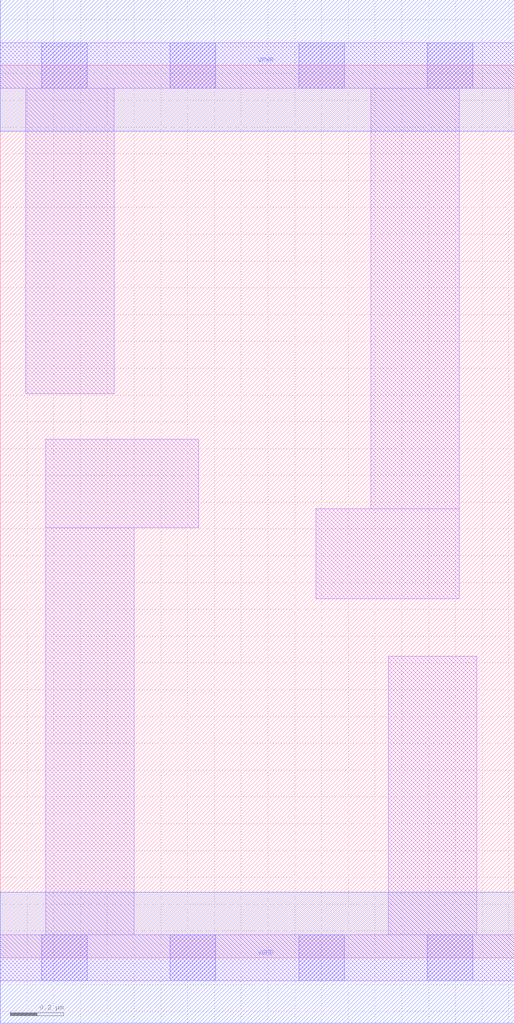
<source format=lef>
# Copyright 2020 The SkyWater PDK Authors
#
# Licensed under the Apache License, Version 2.0 (the "License");
# you may not use this file except in compliance with the License.
# You may obtain a copy of the License at
#
#     https://www.apache.org/licenses/LICENSE-2.0
#
# Unless required by applicable law or agreed to in writing, software
# distributed under the License is distributed on an "AS IS" BASIS,
# WITHOUT WARRANTIES OR CONDITIONS OF ANY KIND, either express or implied.
# See the License for the specific language governing permissions and
# limitations under the License.
#
# SPDX-License-Identifier: Apache-2.0

VERSION 5.5 ;
NAMESCASESENSITIVE ON ;
BUSBITCHARS "[]" ;
DIVIDERCHAR "/" ;
MACRO sky130_fd_sc_lp__decap_4
  CLASS CORE SPACER ;
  SOURCE USER ;
  ORIGIN  0.000000  0.000000 ;
  SIZE  1.920000 BY  3.330000 ;
  SYMMETRY X Y R90 ;
  SITE unit ;
  PIN VGND
    DIRECTION INOUT ;
    USE GROUND ;
    PORT
      LAYER met1 ;
        RECT 0.000000 -0.245000 1.920000 0.245000 ;
    END
  END VGND
  PIN VPWR
    DIRECTION INOUT ;
    USE POWER ;
    PORT
      LAYER met1 ;
        RECT 0.000000 3.085000 1.920000 3.575000 ;
    END
  END VPWR
  OBS
    LAYER li1 ;
      RECT 0.000000 -0.085000 1.920000 0.085000 ;
      RECT 0.000000  3.245000 1.920000 3.415000 ;
      RECT 0.095000  2.105000 0.425000 3.245000 ;
      RECT 0.170000  0.085000 0.500000 1.605000 ;
      RECT 0.170000  1.605000 0.740000 1.935000 ;
      RECT 1.180000  1.340000 1.715000 1.675000 ;
      RECT 1.385000  1.675000 1.715000 3.245000 ;
      RECT 1.450000  0.085000 1.780000 1.125000 ;
    LAYER mcon ;
      RECT 0.155000 -0.085000 0.325000 0.085000 ;
      RECT 0.155000  3.245000 0.325000 3.415000 ;
      RECT 0.635000 -0.085000 0.805000 0.085000 ;
      RECT 0.635000  3.245000 0.805000 3.415000 ;
      RECT 1.115000 -0.085000 1.285000 0.085000 ;
      RECT 1.115000  3.245000 1.285000 3.415000 ;
      RECT 1.595000 -0.085000 1.765000 0.085000 ;
      RECT 1.595000  3.245000 1.765000 3.415000 ;
  END
END sky130_fd_sc_lp__decap_4

</source>
